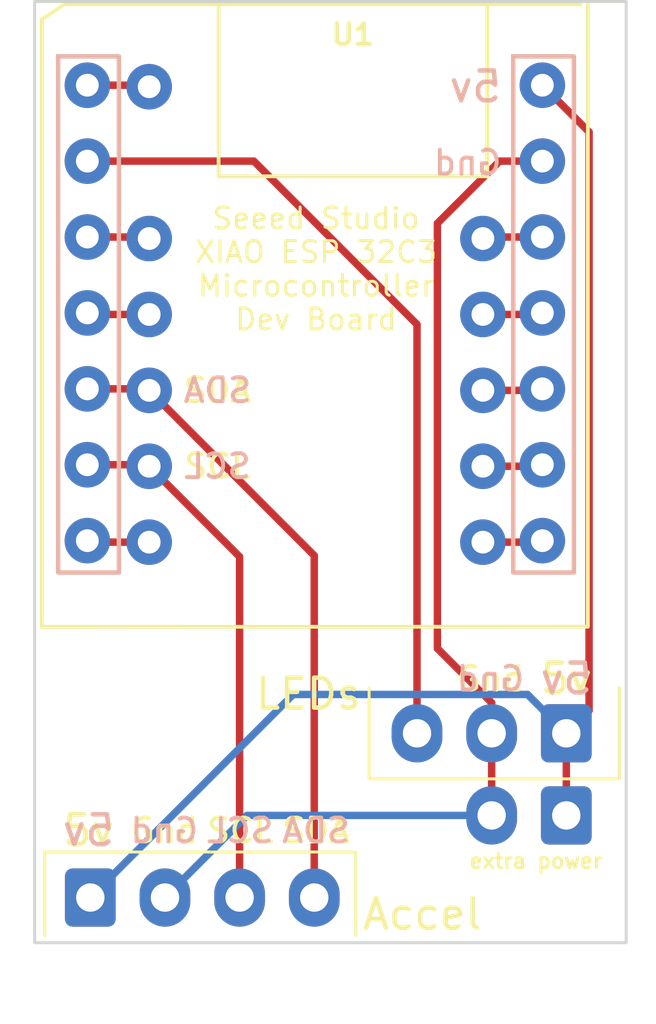
<source format=kicad_pcb>
(kicad_pcb (version 20211014) (generator pcbnew)
  (layers (0 "F.Cu" signal) (31 "B.Cu" signal) (34 "B.Paste" user) (35 "F.Paste" user) (36 "B.SilkS" user "B.Silkscreen") (37 "F.SilkS" user "F.Silkscreen") (38 "B.Mask" user) (39 "F.Mask" user) (44 "Edge.Cuts" user))
  (net 0 "")
  (net 1 "unconnected-(U1-Pad7)")
  (net 2 "Net-(U1-Pad6)")
  (net 3 "Net-(U1-Pad5)")
  (net 4 "unconnected-(U1-Pad4)")
  (net 5 "unconnected-(U1-Pad3)")
  (net 6 "Net-(U1-Pad2)")
  (net 7 "unconnected-(U1-Pad1)")
  (net 8 "unconnected-(U1-Pad8)")
  (net 9 "unconnected-(U1-Pad9)")
  (net 10 "unconnected-(U1-Pad10)")
  (net 11 "unconnected-(U1-Pad11)")
  (net 12 "unconnected-(U1-Pad12)")
  (net 13 "Net-(U1-Pad13)")
  (net 14 "Net-(U1-Pad14)")
  (footprint "" (layer "F.Cu") (at 132.08 92.964)
    (fp_text reference "" (at 0 0) (layer "F.SilkS") (effects (font (size 1.27 1.27))))
    (fp_text value "" (at 0 0) (layer "F.SilkS") (effects (font (size 1.27 1.27))))
    (pad "7" thru_hole circle (at 0 0) (size 1.524 1.524) (drill 0.762) (layers *.Cu *.Mask) (net 1 "unconnected-(U1-Pad7)"))
  )
  (footprint "" (layer "F.Cu") (at 146.05 102.108)
    (fp_text reference "" (at 0 0) (layer "F.SilkS") (effects (font (size 1.27 1.27))))
    (fp_text value "" (at 0 0) (layer "F.SilkS") (effects (font (size 1.27 1.27))))
    (pad "1" thru_hole roundrect (at 0 0 180) (size 1.7 1.95) (drill 0.95) (layers *.Cu *.Mask) (roundrect_rratio 0.1470588235) (net 14 "Net-(U1-Pad14)"))
  )
  (footprint "" (layer "F.Cu") (at 132.08 82.804)
    (fp_text reference "" (at 0 0) (layer "F.SilkS") (effects (font (size 1.27 1.27))))
    (fp_text value "" (at 0 0) (layer "F.SilkS") (effects (font (size 1.27 1.27))))
    (pad "3" thru_hole circle (at 0 0) (size 1.524 1.524) (drill 0.762) (layers *.Cu *.Mask) (net 5 "unconnected-(U1-Pad3)"))
  )
  (footprint "" (layer "F.Cu") (at 143.256 92.964)
    (fp_text reference "" (at 0 0) (layer "F.SilkS") (effects (font (size 1.27 1.27))))
    (fp_text value "" (at 0 0) (layer "F.SilkS") (effects (font (size 1.27 1.27))))
    (pad "8" thru_hole circle (at 0 0) (size 1.524 1.524) (drill 0.762) (layers *.Cu *.Mask) (net 8 "unconnected-(U1-Pad8)"))
  )
  (footprint "" (layer "F.Cu") (at 132.08 87.884)
    (fp_text reference "" (at 0 0) (layer "F.SilkS") (effects (font (size 1.27 1.27))))
    (fp_text value "" (at 0 0) (layer "F.SilkS") (effects (font (size 1.27 1.27))))
    (pad "5" thru_hole circle (at 0 0) (size 1.524 1.524) (drill 0.762) (layers *.Cu *.Mask) (net 3 "Net-(U1-Pad5)"))
  )
  (footprint "" (layer "F.Cu") (at 132.08 77.724)
    (fp_text reference "" (at 0 0) (layer "F.SilkS") (effects (font (size 1.27 1.27))))
    (fp_text value "" (at 0 0) (layer "F.SilkS") (effects (font (size 1.27 1.27))))
    (pad "1" thru_hole circle (at 0 0) (size 1.524 1.524) (drill 0.762) (layers *.Cu *.Mask) (net 7 "unconnected-(U1-Pad1)"))
  )
  (footprint "Connector_JST:JST_EH_B3B-EH-A_1x03_P2.50mm_Vertical" (layer "F.Cu") (at 146.05 99.36 180)
    (fp_text reference "LEDs" (at 8.636 1.316) (layer "F.SilkS"))
    (fp_text value "led_strip")
    (fp_line (start -1.778 1.524) (end -1.778 -1.524) (layer "F.SilkS") (width 0.1))
    (fp_line (start -1.778 -1.524) (end 6.604 -1.524) (layer "F.SilkS") (width 0.1))
    (fp_line (start 6.604 -1.524) (end 6.604 1.524) (layer "F.SilkS") (width 0.1))
    (pad "1" thru_hole roundrect (at 0 0 180) (size 1.7 1.95) (drill 0.95) (layers *.Cu *.Mask) (roundrect_rratio 0.1470588235) (net 14 "Net-(U1-Pad14)"))
    (pad "2" thru_hole oval (at 2.5 0 180) (size 1.7 1.95) (drill 0.95) (layers *.Cu *.Mask) (net 13 "Net-(U1-Pad13)"))
    (pad "3" thru_hole oval (at 5 0 180) (size 1.7 1.95) (drill 0.95) (layers *.Cu *.Mask) (net 6 "Net-(U1-Pad2)"))
  )
  (footprint "" (layer "F.Cu") (at 143.256 82.804)
    (fp_text reference "" (at 0 0) (layer "F.SilkS") (effects (font (size 1.27 1.27))))
    (fp_text value "" (at 0 0) (layer "F.SilkS") (effects (font (size 1.27 1.27))))
    (pad "12" thru_hole circle (at 0 0) (size 1.524 1.524) (drill 0.762) (layers *.Cu *.Mask) (net 12 "unconnected-(U1-Pad12)"))
  )
  (footprint "" (layer "F.Cu") (at 143.55 102.108)
    (fp_text reference "" (at 0 0) (layer "F.SilkS") (effects (font (size 1.27 1.27))))
    (fp_text value "" (at 0 0) (layer "F.SilkS") (effects (font (size 1.27 1.27))))
    (pad "2" thru_hole oval (at 0 0 180) (size 1.7 1.95) (drill 0.95) (layers *.Cu *.Mask) (net 13 "Net-(U1-Pad13)"))
  )
  (footprint "" (layer "F.Cu") (at 143.256 90.424)
    (fp_text reference "" (at 0 0) (layer "F.SilkS") (effects (font (size 1.27 1.27))))
    (fp_text value "" (at 0 0) (layer "F.SilkS") (effects (font (size 1.27 1.27))))
    (pad "9" thru_hole circle (at 0 0) (size 1.524 1.524) (drill 0.762) (layers *.Cu *.Mask) (net 9 "unconnected-(U1-Pad9)"))
  )
  (footprint "" (layer "F.Cu") (at 143.256 87.884)
    (fp_text reference "" (at 0 0) (layer "F.SilkS") (effects (font (size 1.27 1.27))))
    (fp_text value "" (at 0 0) (layer "F.SilkS") (effects (font (size 1.27 1.27))))
    (pad "10" thru_hole circle (at 0 0) (size 1.524 1.524) (drill 0.762) (layers *.Cu *.Mask) (net 10 "unconnected-(U1-Pad10)"))
  )
  (footprint "" (layer "F.Cu") (at 132.08 90.424)
    (fp_text reference "" (at 0 0) (layer "F.SilkS") (effects (font (size 1.27 1.27))))
    (fp_text value "" (at 0 0) (layer "F.SilkS") (effects (font (size 1.27 1.27))))
    (pad "6" thru_hole circle (at 0 0) (size 1.524 1.524) (drill 0.762) (layers *.Cu *.Mask) (net 2 "Net-(U1-Pad6)"))
  )
  (footprint "" (layer "F.Cu") (at 132.08 85.344)
    (fp_text reference "" (at 0 0) (layer "F.SilkS") (effects (font (size 1.27 1.27))))
    (fp_text value "" (at 0 0) (layer "F.SilkS") (effects (font (size 1.27 1.27))))
    (pad "4" thru_hole circle locked (at 0 0) (size 1.524 1.524) (drill 0.762) (layers *.Cu *.Mask) (net 4 "unconnected-(U1-Pad4)"))
  )
  (footprint "" (layer "F.Cu") (at 143.256 85.344)
    (fp_text reference "" (at 0 0) (layer "F.SilkS") (effects (font (size 1.27 1.27))))
    (fp_text value "" (at 0 0) (layer "F.SilkS") (effects (font (size 1.27 1.27))))
    (pad "11" thru_hole circle (at 0 0) (size 1.524 1.524) (drill 0.762) (layers *.Cu *.Mask) (net 11 "unconnected-(U1-Pad11)"))
  )
  (footprint "seeed:MOUDLE14P-SMD-2.54-21X17.8MM" (layer "F.Cu") (at 130.008 95.7935)
    (fp_text reference "U1" (at 8.89 -19.812) (layer "F.SilkS") (effects (font (size 0.7 0.7))))
    (fp_text value "MOUDLE-SEEEDUINO-XIAO-ESP32C3")
    (fp_line (start -1.524 0.00425) (end 16.764 0) (layer "F.SilkS") (width 0.127))
    (fp_line (start 16.764 0) (end 16.764 -20.828) (layer "F.SilkS") (width 0.127))
    (fp_line (start -0.762 -20.828) (end -1.524 -20.32425) (layer "F.SilkS") (width 0.127))
    (fp_line (start 13.395 -20.828) (end 13.395 -15.072) (layer "F.SilkS") (width 0.127))
    (fp_line (start -1.524 -20.32425) (end -1.524 0.00425) (layer "F.SilkS") (width 0.127))
    (fp_line (start 16.51 -20.828) (end -0.762 -20.828) (layer "F.SilkS") (width 0.127))
    (fp_line (start 13.395 -15.072) (end 4.396 -15.072) (layer "F.SilkS") (width 0.127))
    (fp_line (start 4.396 -15.072) (end 4.396 -20.828) (layer "F.SilkS") (width 0.127))
    (pad "1" thru_hole circle (at 0 -18.12) (size 1.524 1.524) (drill 0.762) (layers *.Cu *.Mask) (net 7 "unconnected-(U1-Pad1)"))
    (pad "2" thru_hole circle (at 0 -15.58) (size 1.524 1.524) (drill 0.762) (layers *.Cu *.Mask) (net 6 "Net-(U1-Pad2)"))
    (pad "3" thru_hole circle (at 0 -13.04) (size 1.524 1.524) (drill 0.762) (layers *.Cu *.Mask) (net 5 "unconnected-(U1-Pad3)"))
    (pad "4" thru_hole circle (at 0 -10.5) (size 1.524 1.524) (drill 0.762) (layers *.Cu *.Mask) (net 4 "unconnected-(U1-Pad4)"))
    (pad "5" thru_hole circle locked (at 0 -7.96) (size 1.524 1.524) (drill 0.762) (layers *.Cu *.Mask) (net 3 "Net-(U1-Pad5)"))
    (pad "6" thru_hole circle (at 0 -5.42) (size 1.524 1.524) (drill 0.762) (layers *.Cu *.Mask) (net 2 "Net-(U1-Pad6)"))
    (pad "7" thru_hole circle (at 0 -2.88) (size 1.524 1.524) (drill 0.762) (layers *.Cu *.Mask) (net 1 "unconnected-(U1-Pad7)"))
    (pad "8" thru_hole circle (at 15.24 -2.88) (size 1.524 1.524) (drill 0.762) (layers *.Cu *.Mask) (net 8 "unconnected-(U1-Pad8)"))
    (pad "9" thru_hole circle (at 15.24 -5.42) (size 1.524 1.524) (drill 0.762) (layers *.Cu *.Mask) (net 9 "unconnected-(U1-Pad9)"))
    (pad "10" thru_hole circle (at 15.24 -7.96) (size 1.524 1.524) (drill 0.762) (layers *.Cu *.Mask) (net 10 "unconnected-(U1-Pad10)"))
    (pad "11" thru_hole circle (at 15.24 -10.5) (size 1.524 1.524) (drill 0.762) (layers *.Cu *.Mask) (net 11 "unconnected-(U1-Pad11)"))
    (pad "12" thru_hole circle (at 15.24 -13.04) (size 1.524 1.524) (drill 0.762) (layers *.Cu *.Mask) (net 12 "unconnected-(U1-Pad12)"))
    (pad "13" thru_hole circle (at 15.24 -15.58) (size 1.524 1.524) (drill 0.762) (layers *.Cu *.Mask) (net 13 "Net-(U1-Pad13)"))
    (pad "14" thru_hole circle (at 15.24 -18.12) (size 1.524 1.524) (drill 0.762) (layers *.Cu *.Mask) (net 14 "Net-(U1-Pad14)"))
  )
  (footprint "Connector_JST:JST_EH_B4B-EH-A_1x04_P2.50mm_Vertical" (layer "F.Cu") (at 130.108 104.856)
    (fp_text reference "Accel" (at 11.116 0.554) (layer "F.SilkS"))
    (fp_text value "Accel")
    (fp_line (start 8.89 -1.524) (end -1.524 -1.524) (layer "F.SilkS") (width 0.1))
    (fp_line (start 8.89 1.27) (end 8.89 -1.524) (layer "F.SilkS") (width 0.1))
    (fp_line (start -1.524 -1.524) (end -1.524 1.27) (layer "F.SilkS") (width 0.1))
    (pad "1" thru_hole roundrect (at 0 0) (size 1.7 1.95) (drill 0.95) (layers *.Cu *.Mask) (roundrect_rratio 0.1470588235) (net 14 "Net-(U1-Pad14)"))
    (pad "2" thru_hole oval (at 2.5 0) (size 1.7 1.95) (drill 0.95) (layers *.Cu *.Mask) (net 13 "Net-(U1-Pad13)"))
    (pad "3" thru_hole oval (at 5 0) (size 1.7 1.95) (drill 0.95) (layers *.Cu *.Mask) (net 2 "Net-(U1-Pad6)"))
    (pad "4" thru_hole oval (at 7.5 0) (size 1.7 1.95) (drill 0.95) (layers *.Cu *.Mask) (net 3 "Net-(U1-Pad5)"))
  )
  (gr_rect (start 144.272 76.708) (end 146.304 93.98) (layer "B.SilkS") (width 0.15) (fill none))
  (gr_rect (start 131.064 93.98) (end 129.032 76.708) (layer "B.SilkS") (width 0.15) (fill none))
  (gr_rect (start 148.055439 106.368127) (end 128.243439 74.872127) (layer "Edge.Cuts") (width 0.1) (fill none))
  (gr_text "Gnd" (at 132.588 102.616) (layer "B.SilkS") (effects (font (size 0.8 0.8) (thickness 0.13)) (justify mirror)))
  (gr_text "SCL" (at 134.366 90.424) (layer "B.SilkS") (effects (font (size 0.8 0.8) (thickness 0.13)) (justify mirror)))
  (gr_text "SCL" (at 135.128 102.616) (layer "B.SilkS") (effects (font (size 0.8 0.8) (thickness 0.13)) (justify mirror)))
  (gr_text "5v" (at 146.05 97.536) (layer "B.SilkS") (effects (font (size 1 1)) (justify mirror)))
  (gr_text "5v" (at 143.002 77.724) (layer "B.SilkS") (effects (font (size 1 1)) (justify mirror)))
  (gr_text "SDA" (at 134.366 87.884) (layer "B.SilkS") (effects (font (size 0.8 0.8) (thickness 0.13)) (justify mirror)))
  (gr_text "5v" (at 130.048 102.616) (layer "B.SilkS") (effects (font (size 1 1)) (justify mirror)))
  (gr_text "SDA" (at 137.668 102.616) (layer "B.SilkS") (effects (font (size 0.8 0.8) (thickness 0.13)) (justify mirror)))
  (gr_text "Gnd" (at 143.51 97.536) (layer "B.SilkS") (effects (font (size 0.8 0.8) (thickness 0.13)) (justify mirror)))
  (gr_text "Gnd" (at 142.748 80.264) (layer "B.SilkS") (effects (font (size 0.8 0.8) (thickness 0.13)) (justify mirror)))
  (gr_text "SCL" (at 134.366 90.424) (layer "F.SilkS") (effects (font (size 0.8 0.8) (thickness 0.13))))
  (gr_text "SCL" (at 135.128 102.616) (layer "F.SilkS") (effects (font (size 0.8 0.8) (thickness 0.13))))
  (gr_text "Seeed Studio\nXIAO ESP 32C3\nMicrocontroller\nDev Board" (at 137.668 83.82) (layer "F.SilkS") (effects (font (size 0.7 0.7) (thickness 0.1))))
  (gr_text "5v" (at 146.05 97.536) (layer "F.SilkS") (effects (font (size 1 1))))
  (gr_text "SDA" (at 137.668 102.616) (layer "F.SilkS") (effects (font (size 0.8 0.8) (thickness 0.13))))
  (gr_text "Gnd" (at 132.588 102.616) (layer "F.SilkS") (effects (font (size 0.8 0.8) (thickness 0.13))))
  (gr_text "extra power" (at 145.034 103.632) (layer "F.SilkS") (effects (font (size 0.5 0.5) (thickness 0.1))))
  (gr_text "5v" (at 130.048 102.616) (layer "F.SilkS") (effects (font (size 1 1))))
  (gr_text "SDA" (at 134.366 87.884) (layer "F.SilkS") (effects (font (size 0.8 0.8) (thickness 0.13))))
  (gr_text "Gnd" (at 143.51 97.536) (layer "F.SilkS") (effects (font (size 0.8 0.8) (thickness 0.13))))
  (segment (start 132.08 92.964) (end 130.0585 92.964) (width 0.25) (layer "F.Cu") (net 1))
  (segment (start 130.0585 92.964) (end 130.008 92.9135) (width 0.25) (layer "F.Cu") (net 1))
  (segment (start 132.08 90.424) (end 135.108 93.452) (width 0.25) (layer "F.Cu") (net 2))
  (segment (start 135.108 93.452) (end 135.108 104.856) (width 0.25) (layer "F.Cu") (net 2))
  (segment (start 132.0295 90.3735) (end 132.08 90.424) (width 0.25) (layer "F.Cu") (net 2))
  (segment (start 130.008 90.3735) (end 132.0295 90.3735) (width 0.25) (layer "F.Cu") (net 2))
  (segment (start 132.08 87.884) (end 137.608 93.412) (width 0.25) (layer "F.Cu") (net 3))
  (segment (start 132.0295 87.8335) (end 132.08 87.884) (width 0.25) (layer "F.Cu") (net 3))
  (segment (start 130.008 87.8335) (end 132.0295 87.8335) (width 0.25) (layer "F.Cu") (net 3))
  (segment (start 137.608 93.412) (end 137.608 104.856) (width 0.25) (layer "F.Cu") (net 3))
  (segment (start 132.08 85.344) (end 130.0585 85.344) (width 0.25) (layer "F.Cu") (net 4))
  (segment (start 130.0585 85.344) (end 130.008 85.2935) (width 0.25) (layer "F.Cu") (net 4))
  (segment (start 132.0295 82.7535) (end 132.08 82.804) (width 0.25) (layer "F.Cu") (net 5))
  (segment (start 130.008 82.7535) (end 132.0295 82.7535) (width 0.25) (layer "F.Cu") (net 5))
  (segment (start 135.5855 80.2135) (end 130.008 80.2135) (width 0.25) (layer "F.Cu") (net 6))
  (segment (start 141.05 85.678) (end 135.5855 80.2135) (width 0.25) (layer "F.Cu") (net 6))
  (segment (start 141.05 99.36) (end 141.05 85.678) (width 0.25) (layer "F.Cu") (net 6))
  (segment (start 132.0295 77.6735) (end 132.08 77.724) (width 0.25) (layer "F.Cu") (net 7))
  (segment (start 130.008 77.6735) (end 132.0295 77.6735) (width 0.25) (layer "F.Cu") (net 7))
  (segment (start 143.256 92.964) (end 145.1975 92.964) (width 0.25) (layer "F.Cu") (net 8))
  (segment (start 145.1975 92.964) (end 145.248 92.9135) (width 0.25) (layer "F.Cu") (net 8))
  (segment (start 145.1975 90.424) (end 145.248 90.3735) (width 0.25) (layer "F.Cu") (net 9))
  (segment (start 143.256 90.424) (end 145.1975 90.424) (width 0.25) (layer "F.Cu") (net 9))
  (segment (start 145.1975 87.884) (end 145.248 87.8335) (width 0.25) (layer "F.Cu") (net 10))
  (segment (start 143.256 87.884) (end 145.1975 87.884) (width 0.25) (layer "F.Cu") (net 10))
  (segment (start 143.256 85.344) (end 145.1975 85.344) (width 0.25) (layer "F.Cu") (net 11))
  (segment (start 145.1975 85.344) (end 145.248 85.2935) (width 0.25) (layer "F.Cu") (net 11))
  (segment (start 145.248 82.7535) (end 143.3065 82.7535) (width 0.25) (layer "F.Cu") (net 12))
  (segment (start 143.3065 82.7535) (end 143.256 82.804) (width 0.25) (layer "F.Cu") (net 12))
  (segment (start 141.732 96.52) (end 141.732 82.296) (width 0.25) (layer "F.Cu") (net 13))
  (segment (start 145.248 80.476304) (end 145.248 80.2135) (width 0.25) (layer "F.Cu") (net 13))
  (segment (start 143.55 98.338) (end 141.732 96.52) (width 0.25) (layer "F.Cu") (net 13))
  (segment (start 143.8145 80.2135) (end 141.732 82.296) (width 0.25) (layer "F.Cu") (net 13))
  (segment (start 143.55 102.108) (end 143.55 99.36) (width 0.25) (layer "F.Cu") (net 13))
  (segment (start 143.55 99.36) (end 143.55 98.338) (width 0.25) (layer "F.Cu") (net 13))
  (segment (start 145.248 80.2135) (end 143.8145 80.2135) (width 0.25) (layer "F.Cu") (net 13))
  (segment (start 135.356 102.108) (end 132.608 104.856) (width 0.25) (layer "B.Cu") (net 13))
  (segment (start 143.55 102.108) (end 135.356 102.108) (width 0.25) (layer "B.Cu") (net 13))
  (segment (start 145.248 77.6735) (end 146.812 79.2375) (width 0.25) (layer "F.Cu") (net 14))
  (segment (start 146.812 79.2375) (end 146.812 98.598) (width 0.25) (layer "F.Cu") (net 14))
  (segment (start 146.05 102.108) (end 146.05 99.36) (width 0.25) (layer "F.Cu") (net 14))
  (segment (start 146.812 98.598) (end 146.05 99.36) (width 0.25) (layer "F.Cu") (net 14))
  (segment (start 136.90352 98.06048) (end 130.108 104.856) (width 0.25) (layer "B.Cu") (net 14))
  (segment (start 146.05 99.36) (end 144.75048 98.06048) (width 0.25) (layer "B.Cu") (net 14))
  (segment (start 144.75048 98.06048) (end 136.90352 98.06048) (width 0.25) (layer "B.Cu") (net 14))
)
</source>
